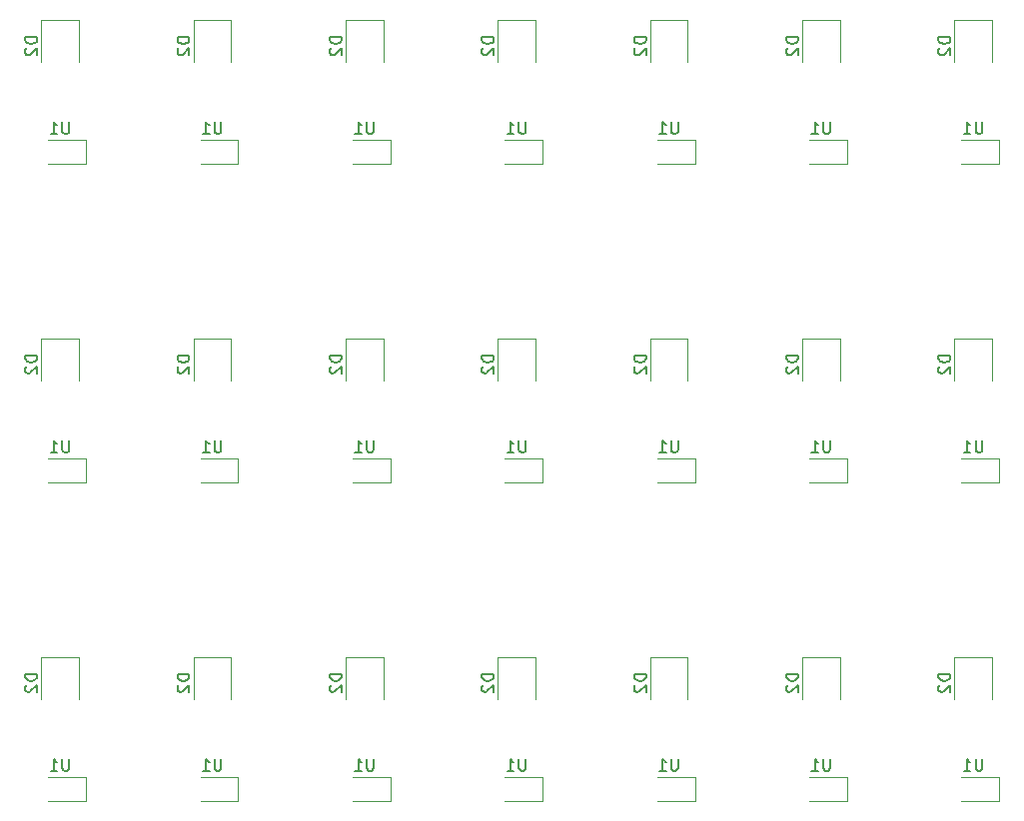
<source format=gbr>
G04 #@! TF.GenerationSoftware,KiCad,Pcbnew,(5.1.5)-3*
G04 #@! TF.CreationDate,2020-06-10T08:11:37+03:00*
G04 #@! TF.ProjectId,noname,6e6f6e61-6d65-42e6-9b69-6361645f7063,rev?*
G04 #@! TF.SameCoordinates,Original*
G04 #@! TF.FileFunction,Legend,Bot*
G04 #@! TF.FilePolarity,Positive*
%FSLAX46Y46*%
G04 Gerber Fmt 4.6, Leading zero omitted, Abs format (unit mm)*
G04 Created by KiCad (PCBNEW (5.1.5)-3) date 2020-06-10 08:11:37*
%MOMM*%
%LPD*%
G04 APERTURE LIST*
%ADD10C,0.120000*%
%ADD11C,0.150000*%
G04 APERTURE END LIST*
D10*
X146850000Y-116400000D02*
X150050000Y-116400000D01*
X150050000Y-118400000D02*
X146850000Y-118400000D01*
X150050000Y-118400000D02*
X150050000Y-116400000D01*
X108150000Y-116400000D02*
X111350000Y-116400000D01*
X111350000Y-118400000D02*
X108150000Y-118400000D01*
X111350000Y-118400000D02*
X111350000Y-116400000D01*
X133950000Y-116400000D02*
X137150000Y-116400000D01*
X137150000Y-118400000D02*
X133950000Y-118400000D01*
X137150000Y-118400000D02*
X137150000Y-116400000D01*
X172650000Y-116400000D02*
X175850000Y-116400000D01*
X175850000Y-118400000D02*
X172650000Y-118400000D01*
X175850000Y-118400000D02*
X175850000Y-116400000D01*
X159750000Y-116400000D02*
X162950000Y-116400000D01*
X162950000Y-118400000D02*
X159750000Y-118400000D01*
X162950000Y-118400000D02*
X162950000Y-116400000D01*
X121050000Y-116400000D02*
X124250000Y-116400000D01*
X124250000Y-118400000D02*
X121050000Y-118400000D01*
X124250000Y-118400000D02*
X124250000Y-116400000D01*
X133350000Y-106200000D02*
X136550000Y-106200000D01*
X136550000Y-109800000D02*
X136550000Y-106200000D01*
X133350000Y-109800000D02*
X133350000Y-106200000D01*
X120450000Y-106200000D02*
X123650000Y-106200000D01*
X123650000Y-109800000D02*
X123650000Y-106200000D01*
X120450000Y-109800000D02*
X120450000Y-106200000D01*
X107550000Y-106200000D02*
X110750000Y-106200000D01*
X110750000Y-109800000D02*
X110750000Y-106200000D01*
X107550000Y-109800000D02*
X107550000Y-106200000D01*
X172050000Y-106200000D02*
X175250000Y-106200000D01*
X175250000Y-109800000D02*
X175250000Y-106200000D01*
X172050000Y-109800000D02*
X172050000Y-106200000D01*
X146250000Y-106200000D02*
X149450000Y-106200000D01*
X149450000Y-109800000D02*
X149450000Y-106200000D01*
X146250000Y-109800000D02*
X146250000Y-106200000D01*
X159150000Y-106200000D02*
X162350000Y-106200000D01*
X162350000Y-109800000D02*
X162350000Y-106200000D01*
X159150000Y-109800000D02*
X159150000Y-106200000D01*
X94650000Y-109800000D02*
X94650000Y-106200000D01*
X97850000Y-109800000D02*
X97850000Y-106200000D01*
X94650000Y-106200000D02*
X97850000Y-106200000D01*
X98450000Y-118400000D02*
X98450000Y-116400000D01*
X98450000Y-118400000D02*
X95250000Y-118400000D01*
X95250000Y-116400000D02*
X98450000Y-116400000D01*
X111350000Y-91400000D02*
X111350000Y-89400000D01*
X111350000Y-91400000D02*
X108150000Y-91400000D01*
X108150000Y-89400000D02*
X111350000Y-89400000D01*
X150050000Y-91400000D02*
X150050000Y-89400000D01*
X150050000Y-91400000D02*
X146850000Y-91400000D01*
X146850000Y-89400000D02*
X150050000Y-89400000D01*
X137150000Y-91400000D02*
X137150000Y-89400000D01*
X137150000Y-91400000D02*
X133950000Y-91400000D01*
X133950000Y-89400000D02*
X137150000Y-89400000D01*
X175850000Y-91400000D02*
X175850000Y-89400000D01*
X175850000Y-91400000D02*
X172650000Y-91400000D01*
X172650000Y-89400000D02*
X175850000Y-89400000D01*
X162950000Y-91400000D02*
X162950000Y-89400000D01*
X162950000Y-91400000D02*
X159750000Y-91400000D01*
X159750000Y-89400000D02*
X162950000Y-89400000D01*
X124250000Y-91400000D02*
X124250000Y-89400000D01*
X124250000Y-91400000D02*
X121050000Y-91400000D01*
X121050000Y-89400000D02*
X124250000Y-89400000D01*
X120450000Y-82800000D02*
X120450000Y-79200000D01*
X123650000Y-82800000D02*
X123650000Y-79200000D01*
X120450000Y-79200000D02*
X123650000Y-79200000D01*
X107550000Y-82800000D02*
X107550000Y-79200000D01*
X110750000Y-82800000D02*
X110750000Y-79200000D01*
X107550000Y-79200000D02*
X110750000Y-79200000D01*
X172050000Y-82800000D02*
X172050000Y-79200000D01*
X175250000Y-82800000D02*
X175250000Y-79200000D01*
X172050000Y-79200000D02*
X175250000Y-79200000D01*
X159150000Y-82800000D02*
X159150000Y-79200000D01*
X162350000Y-82800000D02*
X162350000Y-79200000D01*
X159150000Y-79200000D02*
X162350000Y-79200000D01*
X146250000Y-82800000D02*
X146250000Y-79200000D01*
X149450000Y-82800000D02*
X149450000Y-79200000D01*
X146250000Y-79200000D02*
X149450000Y-79200000D01*
X133350000Y-82800000D02*
X133350000Y-79200000D01*
X136550000Y-82800000D02*
X136550000Y-79200000D01*
X133350000Y-79200000D02*
X136550000Y-79200000D01*
X95250000Y-89400000D02*
X98450000Y-89400000D01*
X98450000Y-91400000D02*
X95250000Y-91400000D01*
X98450000Y-91400000D02*
X98450000Y-89400000D01*
X94650000Y-79200000D02*
X97850000Y-79200000D01*
X97850000Y-82800000D02*
X97850000Y-79200000D01*
X94650000Y-82800000D02*
X94650000Y-79200000D01*
X172650000Y-62400000D02*
X175850000Y-62400000D01*
X175850000Y-64400000D02*
X172650000Y-64400000D01*
X175850000Y-64400000D02*
X175850000Y-62400000D01*
X159750000Y-62400000D02*
X162950000Y-62400000D01*
X162950000Y-64400000D02*
X159750000Y-64400000D01*
X162950000Y-64400000D02*
X162950000Y-62400000D01*
X146850000Y-62400000D02*
X150050000Y-62400000D01*
X150050000Y-64400000D02*
X146850000Y-64400000D01*
X150050000Y-64400000D02*
X150050000Y-62400000D01*
X133950000Y-62400000D02*
X137150000Y-62400000D01*
X137150000Y-64400000D02*
X133950000Y-64400000D01*
X137150000Y-64400000D02*
X137150000Y-62400000D01*
X121050000Y-62400000D02*
X124250000Y-62400000D01*
X124250000Y-64400000D02*
X121050000Y-64400000D01*
X124250000Y-64400000D02*
X124250000Y-62400000D01*
X108150000Y-62400000D02*
X111350000Y-62400000D01*
X111350000Y-64400000D02*
X108150000Y-64400000D01*
X111350000Y-64400000D02*
X111350000Y-62400000D01*
X172050000Y-52200000D02*
X175250000Y-52200000D01*
X175250000Y-55800000D02*
X175250000Y-52200000D01*
X172050000Y-55800000D02*
X172050000Y-52200000D01*
X159150000Y-52200000D02*
X162350000Y-52200000D01*
X162350000Y-55800000D02*
X162350000Y-52200000D01*
X159150000Y-55800000D02*
X159150000Y-52200000D01*
X146250000Y-52200000D02*
X149450000Y-52200000D01*
X149450000Y-55800000D02*
X149450000Y-52200000D01*
X146250000Y-55800000D02*
X146250000Y-52200000D01*
X133350000Y-52200000D02*
X136550000Y-52200000D01*
X136550000Y-55800000D02*
X136550000Y-52200000D01*
X133350000Y-55800000D02*
X133350000Y-52200000D01*
X120450000Y-52200000D02*
X123650000Y-52200000D01*
X123650000Y-55800000D02*
X123650000Y-52200000D01*
X120450000Y-55800000D02*
X120450000Y-52200000D01*
X107550000Y-52200000D02*
X110750000Y-52200000D01*
X110750000Y-55800000D02*
X110750000Y-52200000D01*
X107550000Y-55800000D02*
X107550000Y-52200000D01*
X94650000Y-55800000D02*
X94650000Y-52200000D01*
X97850000Y-55800000D02*
X97850000Y-52200000D01*
X94650000Y-52200000D02*
X97850000Y-52200000D01*
X98450000Y-64400000D02*
X98450000Y-62400000D01*
X98450000Y-64400000D02*
X95250000Y-64400000D01*
X95250000Y-62400000D02*
X98450000Y-62400000D01*
D11*
X148611904Y-114852380D02*
X148611904Y-115661904D01*
X148564285Y-115757142D01*
X148516666Y-115804761D01*
X148421428Y-115852380D01*
X148230952Y-115852380D01*
X148135714Y-115804761D01*
X148088095Y-115757142D01*
X148040476Y-115661904D01*
X148040476Y-114852380D01*
X147040476Y-115852380D02*
X147611904Y-115852380D01*
X147326190Y-115852380D02*
X147326190Y-114852380D01*
X147421428Y-114995238D01*
X147516666Y-115090476D01*
X147611904Y-115138095D01*
X109911904Y-114852380D02*
X109911904Y-115661904D01*
X109864285Y-115757142D01*
X109816666Y-115804761D01*
X109721428Y-115852380D01*
X109530952Y-115852380D01*
X109435714Y-115804761D01*
X109388095Y-115757142D01*
X109340476Y-115661904D01*
X109340476Y-114852380D01*
X108340476Y-115852380D02*
X108911904Y-115852380D01*
X108626190Y-115852380D02*
X108626190Y-114852380D01*
X108721428Y-114995238D01*
X108816666Y-115090476D01*
X108911904Y-115138095D01*
X135711904Y-114852380D02*
X135711904Y-115661904D01*
X135664285Y-115757142D01*
X135616666Y-115804761D01*
X135521428Y-115852380D01*
X135330952Y-115852380D01*
X135235714Y-115804761D01*
X135188095Y-115757142D01*
X135140476Y-115661904D01*
X135140476Y-114852380D01*
X134140476Y-115852380D02*
X134711904Y-115852380D01*
X134426190Y-115852380D02*
X134426190Y-114852380D01*
X134521428Y-114995238D01*
X134616666Y-115090476D01*
X134711904Y-115138095D01*
X174411904Y-114852380D02*
X174411904Y-115661904D01*
X174364285Y-115757142D01*
X174316666Y-115804761D01*
X174221428Y-115852380D01*
X174030952Y-115852380D01*
X173935714Y-115804761D01*
X173888095Y-115757142D01*
X173840476Y-115661904D01*
X173840476Y-114852380D01*
X172840476Y-115852380D02*
X173411904Y-115852380D01*
X173126190Y-115852380D02*
X173126190Y-114852380D01*
X173221428Y-114995238D01*
X173316666Y-115090476D01*
X173411904Y-115138095D01*
X161511904Y-114852380D02*
X161511904Y-115661904D01*
X161464285Y-115757142D01*
X161416666Y-115804761D01*
X161321428Y-115852380D01*
X161130952Y-115852380D01*
X161035714Y-115804761D01*
X160988095Y-115757142D01*
X160940476Y-115661904D01*
X160940476Y-114852380D01*
X159940476Y-115852380D02*
X160511904Y-115852380D01*
X160226190Y-115852380D02*
X160226190Y-114852380D01*
X160321428Y-114995238D01*
X160416666Y-115090476D01*
X160511904Y-115138095D01*
X122811904Y-114852380D02*
X122811904Y-115661904D01*
X122764285Y-115757142D01*
X122716666Y-115804761D01*
X122621428Y-115852380D01*
X122430952Y-115852380D01*
X122335714Y-115804761D01*
X122288095Y-115757142D01*
X122240476Y-115661904D01*
X122240476Y-114852380D01*
X121240476Y-115852380D02*
X121811904Y-115852380D01*
X121526190Y-115852380D02*
X121526190Y-114852380D01*
X121621428Y-114995238D01*
X121716666Y-115090476D01*
X121811904Y-115138095D01*
X133002380Y-107661904D02*
X132002380Y-107661904D01*
X132002380Y-107900000D01*
X132050000Y-108042857D01*
X132145238Y-108138095D01*
X132240476Y-108185714D01*
X132430952Y-108233333D01*
X132573809Y-108233333D01*
X132764285Y-108185714D01*
X132859523Y-108138095D01*
X132954761Y-108042857D01*
X133002380Y-107900000D01*
X133002380Y-107661904D01*
X132097619Y-108614285D02*
X132050000Y-108661904D01*
X132002380Y-108757142D01*
X132002380Y-108995238D01*
X132050000Y-109090476D01*
X132097619Y-109138095D01*
X132192857Y-109185714D01*
X132288095Y-109185714D01*
X132430952Y-109138095D01*
X133002380Y-108566666D01*
X133002380Y-109185714D01*
X120102380Y-107661904D02*
X119102380Y-107661904D01*
X119102380Y-107900000D01*
X119150000Y-108042857D01*
X119245238Y-108138095D01*
X119340476Y-108185714D01*
X119530952Y-108233333D01*
X119673809Y-108233333D01*
X119864285Y-108185714D01*
X119959523Y-108138095D01*
X120054761Y-108042857D01*
X120102380Y-107900000D01*
X120102380Y-107661904D01*
X119197619Y-108614285D02*
X119150000Y-108661904D01*
X119102380Y-108757142D01*
X119102380Y-108995238D01*
X119150000Y-109090476D01*
X119197619Y-109138095D01*
X119292857Y-109185714D01*
X119388095Y-109185714D01*
X119530952Y-109138095D01*
X120102380Y-108566666D01*
X120102380Y-109185714D01*
X107202380Y-107661904D02*
X106202380Y-107661904D01*
X106202380Y-107900000D01*
X106250000Y-108042857D01*
X106345238Y-108138095D01*
X106440476Y-108185714D01*
X106630952Y-108233333D01*
X106773809Y-108233333D01*
X106964285Y-108185714D01*
X107059523Y-108138095D01*
X107154761Y-108042857D01*
X107202380Y-107900000D01*
X107202380Y-107661904D01*
X106297619Y-108614285D02*
X106250000Y-108661904D01*
X106202380Y-108757142D01*
X106202380Y-108995238D01*
X106250000Y-109090476D01*
X106297619Y-109138095D01*
X106392857Y-109185714D01*
X106488095Y-109185714D01*
X106630952Y-109138095D01*
X107202380Y-108566666D01*
X107202380Y-109185714D01*
X171702380Y-107661904D02*
X170702380Y-107661904D01*
X170702380Y-107900000D01*
X170750000Y-108042857D01*
X170845238Y-108138095D01*
X170940476Y-108185714D01*
X171130952Y-108233333D01*
X171273809Y-108233333D01*
X171464285Y-108185714D01*
X171559523Y-108138095D01*
X171654761Y-108042857D01*
X171702380Y-107900000D01*
X171702380Y-107661904D01*
X170797619Y-108614285D02*
X170750000Y-108661904D01*
X170702380Y-108757142D01*
X170702380Y-108995238D01*
X170750000Y-109090476D01*
X170797619Y-109138095D01*
X170892857Y-109185714D01*
X170988095Y-109185714D01*
X171130952Y-109138095D01*
X171702380Y-108566666D01*
X171702380Y-109185714D01*
X145902380Y-107661904D02*
X144902380Y-107661904D01*
X144902380Y-107900000D01*
X144950000Y-108042857D01*
X145045238Y-108138095D01*
X145140476Y-108185714D01*
X145330952Y-108233333D01*
X145473809Y-108233333D01*
X145664285Y-108185714D01*
X145759523Y-108138095D01*
X145854761Y-108042857D01*
X145902380Y-107900000D01*
X145902380Y-107661904D01*
X144997619Y-108614285D02*
X144950000Y-108661904D01*
X144902380Y-108757142D01*
X144902380Y-108995238D01*
X144950000Y-109090476D01*
X144997619Y-109138095D01*
X145092857Y-109185714D01*
X145188095Y-109185714D01*
X145330952Y-109138095D01*
X145902380Y-108566666D01*
X145902380Y-109185714D01*
X158802380Y-107661904D02*
X157802380Y-107661904D01*
X157802380Y-107900000D01*
X157850000Y-108042857D01*
X157945238Y-108138095D01*
X158040476Y-108185714D01*
X158230952Y-108233333D01*
X158373809Y-108233333D01*
X158564285Y-108185714D01*
X158659523Y-108138095D01*
X158754761Y-108042857D01*
X158802380Y-107900000D01*
X158802380Y-107661904D01*
X157897619Y-108614285D02*
X157850000Y-108661904D01*
X157802380Y-108757142D01*
X157802380Y-108995238D01*
X157850000Y-109090476D01*
X157897619Y-109138095D01*
X157992857Y-109185714D01*
X158088095Y-109185714D01*
X158230952Y-109138095D01*
X158802380Y-108566666D01*
X158802380Y-109185714D01*
X94302380Y-107661904D02*
X93302380Y-107661904D01*
X93302380Y-107900000D01*
X93350000Y-108042857D01*
X93445238Y-108138095D01*
X93540476Y-108185714D01*
X93730952Y-108233333D01*
X93873809Y-108233333D01*
X94064285Y-108185714D01*
X94159523Y-108138095D01*
X94254761Y-108042857D01*
X94302380Y-107900000D01*
X94302380Y-107661904D01*
X93397619Y-108614285D02*
X93350000Y-108661904D01*
X93302380Y-108757142D01*
X93302380Y-108995238D01*
X93350000Y-109090476D01*
X93397619Y-109138095D01*
X93492857Y-109185714D01*
X93588095Y-109185714D01*
X93730952Y-109138095D01*
X94302380Y-108566666D01*
X94302380Y-109185714D01*
X97011904Y-114852380D02*
X97011904Y-115661904D01*
X96964285Y-115757142D01*
X96916666Y-115804761D01*
X96821428Y-115852380D01*
X96630952Y-115852380D01*
X96535714Y-115804761D01*
X96488095Y-115757142D01*
X96440476Y-115661904D01*
X96440476Y-114852380D01*
X95440476Y-115852380D02*
X96011904Y-115852380D01*
X95726190Y-115852380D02*
X95726190Y-114852380D01*
X95821428Y-114995238D01*
X95916666Y-115090476D01*
X96011904Y-115138095D01*
X109911904Y-87852380D02*
X109911904Y-88661904D01*
X109864285Y-88757142D01*
X109816666Y-88804761D01*
X109721428Y-88852380D01*
X109530952Y-88852380D01*
X109435714Y-88804761D01*
X109388095Y-88757142D01*
X109340476Y-88661904D01*
X109340476Y-87852380D01*
X108340476Y-88852380D02*
X108911904Y-88852380D01*
X108626190Y-88852380D02*
X108626190Y-87852380D01*
X108721428Y-87995238D01*
X108816666Y-88090476D01*
X108911904Y-88138095D01*
X148611904Y-87852380D02*
X148611904Y-88661904D01*
X148564285Y-88757142D01*
X148516666Y-88804761D01*
X148421428Y-88852380D01*
X148230952Y-88852380D01*
X148135714Y-88804761D01*
X148088095Y-88757142D01*
X148040476Y-88661904D01*
X148040476Y-87852380D01*
X147040476Y-88852380D02*
X147611904Y-88852380D01*
X147326190Y-88852380D02*
X147326190Y-87852380D01*
X147421428Y-87995238D01*
X147516666Y-88090476D01*
X147611904Y-88138095D01*
X135711904Y-87852380D02*
X135711904Y-88661904D01*
X135664285Y-88757142D01*
X135616666Y-88804761D01*
X135521428Y-88852380D01*
X135330952Y-88852380D01*
X135235714Y-88804761D01*
X135188095Y-88757142D01*
X135140476Y-88661904D01*
X135140476Y-87852380D01*
X134140476Y-88852380D02*
X134711904Y-88852380D01*
X134426190Y-88852380D02*
X134426190Y-87852380D01*
X134521428Y-87995238D01*
X134616666Y-88090476D01*
X134711904Y-88138095D01*
X174411904Y-87852380D02*
X174411904Y-88661904D01*
X174364285Y-88757142D01*
X174316666Y-88804761D01*
X174221428Y-88852380D01*
X174030952Y-88852380D01*
X173935714Y-88804761D01*
X173888095Y-88757142D01*
X173840476Y-88661904D01*
X173840476Y-87852380D01*
X172840476Y-88852380D02*
X173411904Y-88852380D01*
X173126190Y-88852380D02*
X173126190Y-87852380D01*
X173221428Y-87995238D01*
X173316666Y-88090476D01*
X173411904Y-88138095D01*
X161511904Y-87852380D02*
X161511904Y-88661904D01*
X161464285Y-88757142D01*
X161416666Y-88804761D01*
X161321428Y-88852380D01*
X161130952Y-88852380D01*
X161035714Y-88804761D01*
X160988095Y-88757142D01*
X160940476Y-88661904D01*
X160940476Y-87852380D01*
X159940476Y-88852380D02*
X160511904Y-88852380D01*
X160226190Y-88852380D02*
X160226190Y-87852380D01*
X160321428Y-87995238D01*
X160416666Y-88090476D01*
X160511904Y-88138095D01*
X122811904Y-87852380D02*
X122811904Y-88661904D01*
X122764285Y-88757142D01*
X122716666Y-88804761D01*
X122621428Y-88852380D01*
X122430952Y-88852380D01*
X122335714Y-88804761D01*
X122288095Y-88757142D01*
X122240476Y-88661904D01*
X122240476Y-87852380D01*
X121240476Y-88852380D02*
X121811904Y-88852380D01*
X121526190Y-88852380D02*
X121526190Y-87852380D01*
X121621428Y-87995238D01*
X121716666Y-88090476D01*
X121811904Y-88138095D01*
X120102380Y-80661904D02*
X119102380Y-80661904D01*
X119102380Y-80900000D01*
X119150000Y-81042857D01*
X119245238Y-81138095D01*
X119340476Y-81185714D01*
X119530952Y-81233333D01*
X119673809Y-81233333D01*
X119864285Y-81185714D01*
X119959523Y-81138095D01*
X120054761Y-81042857D01*
X120102380Y-80900000D01*
X120102380Y-80661904D01*
X119197619Y-81614285D02*
X119150000Y-81661904D01*
X119102380Y-81757142D01*
X119102380Y-81995238D01*
X119150000Y-82090476D01*
X119197619Y-82138095D01*
X119292857Y-82185714D01*
X119388095Y-82185714D01*
X119530952Y-82138095D01*
X120102380Y-81566666D01*
X120102380Y-82185714D01*
X107202380Y-80661904D02*
X106202380Y-80661904D01*
X106202380Y-80900000D01*
X106250000Y-81042857D01*
X106345238Y-81138095D01*
X106440476Y-81185714D01*
X106630952Y-81233333D01*
X106773809Y-81233333D01*
X106964285Y-81185714D01*
X107059523Y-81138095D01*
X107154761Y-81042857D01*
X107202380Y-80900000D01*
X107202380Y-80661904D01*
X106297619Y-81614285D02*
X106250000Y-81661904D01*
X106202380Y-81757142D01*
X106202380Y-81995238D01*
X106250000Y-82090476D01*
X106297619Y-82138095D01*
X106392857Y-82185714D01*
X106488095Y-82185714D01*
X106630952Y-82138095D01*
X107202380Y-81566666D01*
X107202380Y-82185714D01*
X171702380Y-80661904D02*
X170702380Y-80661904D01*
X170702380Y-80900000D01*
X170750000Y-81042857D01*
X170845238Y-81138095D01*
X170940476Y-81185714D01*
X171130952Y-81233333D01*
X171273809Y-81233333D01*
X171464285Y-81185714D01*
X171559523Y-81138095D01*
X171654761Y-81042857D01*
X171702380Y-80900000D01*
X171702380Y-80661904D01*
X170797619Y-81614285D02*
X170750000Y-81661904D01*
X170702380Y-81757142D01*
X170702380Y-81995238D01*
X170750000Y-82090476D01*
X170797619Y-82138095D01*
X170892857Y-82185714D01*
X170988095Y-82185714D01*
X171130952Y-82138095D01*
X171702380Y-81566666D01*
X171702380Y-82185714D01*
X158802380Y-80661904D02*
X157802380Y-80661904D01*
X157802380Y-80900000D01*
X157850000Y-81042857D01*
X157945238Y-81138095D01*
X158040476Y-81185714D01*
X158230952Y-81233333D01*
X158373809Y-81233333D01*
X158564285Y-81185714D01*
X158659523Y-81138095D01*
X158754761Y-81042857D01*
X158802380Y-80900000D01*
X158802380Y-80661904D01*
X157897619Y-81614285D02*
X157850000Y-81661904D01*
X157802380Y-81757142D01*
X157802380Y-81995238D01*
X157850000Y-82090476D01*
X157897619Y-82138095D01*
X157992857Y-82185714D01*
X158088095Y-82185714D01*
X158230952Y-82138095D01*
X158802380Y-81566666D01*
X158802380Y-82185714D01*
X145902380Y-80661904D02*
X144902380Y-80661904D01*
X144902380Y-80900000D01*
X144950000Y-81042857D01*
X145045238Y-81138095D01*
X145140476Y-81185714D01*
X145330952Y-81233333D01*
X145473809Y-81233333D01*
X145664285Y-81185714D01*
X145759523Y-81138095D01*
X145854761Y-81042857D01*
X145902380Y-80900000D01*
X145902380Y-80661904D01*
X144997619Y-81614285D02*
X144950000Y-81661904D01*
X144902380Y-81757142D01*
X144902380Y-81995238D01*
X144950000Y-82090476D01*
X144997619Y-82138095D01*
X145092857Y-82185714D01*
X145188095Y-82185714D01*
X145330952Y-82138095D01*
X145902380Y-81566666D01*
X145902380Y-82185714D01*
X133002380Y-80661904D02*
X132002380Y-80661904D01*
X132002380Y-80900000D01*
X132050000Y-81042857D01*
X132145238Y-81138095D01*
X132240476Y-81185714D01*
X132430952Y-81233333D01*
X132573809Y-81233333D01*
X132764285Y-81185714D01*
X132859523Y-81138095D01*
X132954761Y-81042857D01*
X133002380Y-80900000D01*
X133002380Y-80661904D01*
X132097619Y-81614285D02*
X132050000Y-81661904D01*
X132002380Y-81757142D01*
X132002380Y-81995238D01*
X132050000Y-82090476D01*
X132097619Y-82138095D01*
X132192857Y-82185714D01*
X132288095Y-82185714D01*
X132430952Y-82138095D01*
X133002380Y-81566666D01*
X133002380Y-82185714D01*
X97011904Y-87852380D02*
X97011904Y-88661904D01*
X96964285Y-88757142D01*
X96916666Y-88804761D01*
X96821428Y-88852380D01*
X96630952Y-88852380D01*
X96535714Y-88804761D01*
X96488095Y-88757142D01*
X96440476Y-88661904D01*
X96440476Y-87852380D01*
X95440476Y-88852380D02*
X96011904Y-88852380D01*
X95726190Y-88852380D02*
X95726190Y-87852380D01*
X95821428Y-87995238D01*
X95916666Y-88090476D01*
X96011904Y-88138095D01*
X94302380Y-80661904D02*
X93302380Y-80661904D01*
X93302380Y-80900000D01*
X93350000Y-81042857D01*
X93445238Y-81138095D01*
X93540476Y-81185714D01*
X93730952Y-81233333D01*
X93873809Y-81233333D01*
X94064285Y-81185714D01*
X94159523Y-81138095D01*
X94254761Y-81042857D01*
X94302380Y-80900000D01*
X94302380Y-80661904D01*
X93397619Y-81614285D02*
X93350000Y-81661904D01*
X93302380Y-81757142D01*
X93302380Y-81995238D01*
X93350000Y-82090476D01*
X93397619Y-82138095D01*
X93492857Y-82185714D01*
X93588095Y-82185714D01*
X93730952Y-82138095D01*
X94302380Y-81566666D01*
X94302380Y-82185714D01*
X174411904Y-60852380D02*
X174411904Y-61661904D01*
X174364285Y-61757142D01*
X174316666Y-61804761D01*
X174221428Y-61852380D01*
X174030952Y-61852380D01*
X173935714Y-61804761D01*
X173888095Y-61757142D01*
X173840476Y-61661904D01*
X173840476Y-60852380D01*
X172840476Y-61852380D02*
X173411904Y-61852380D01*
X173126190Y-61852380D02*
X173126190Y-60852380D01*
X173221428Y-60995238D01*
X173316666Y-61090476D01*
X173411904Y-61138095D01*
X161511904Y-60852380D02*
X161511904Y-61661904D01*
X161464285Y-61757142D01*
X161416666Y-61804761D01*
X161321428Y-61852380D01*
X161130952Y-61852380D01*
X161035714Y-61804761D01*
X160988095Y-61757142D01*
X160940476Y-61661904D01*
X160940476Y-60852380D01*
X159940476Y-61852380D02*
X160511904Y-61852380D01*
X160226190Y-61852380D02*
X160226190Y-60852380D01*
X160321428Y-60995238D01*
X160416666Y-61090476D01*
X160511904Y-61138095D01*
X148611904Y-60852380D02*
X148611904Y-61661904D01*
X148564285Y-61757142D01*
X148516666Y-61804761D01*
X148421428Y-61852380D01*
X148230952Y-61852380D01*
X148135714Y-61804761D01*
X148088095Y-61757142D01*
X148040476Y-61661904D01*
X148040476Y-60852380D01*
X147040476Y-61852380D02*
X147611904Y-61852380D01*
X147326190Y-61852380D02*
X147326190Y-60852380D01*
X147421428Y-60995238D01*
X147516666Y-61090476D01*
X147611904Y-61138095D01*
X135711904Y-60852380D02*
X135711904Y-61661904D01*
X135664285Y-61757142D01*
X135616666Y-61804761D01*
X135521428Y-61852380D01*
X135330952Y-61852380D01*
X135235714Y-61804761D01*
X135188095Y-61757142D01*
X135140476Y-61661904D01*
X135140476Y-60852380D01*
X134140476Y-61852380D02*
X134711904Y-61852380D01*
X134426190Y-61852380D02*
X134426190Y-60852380D01*
X134521428Y-60995238D01*
X134616666Y-61090476D01*
X134711904Y-61138095D01*
X122811904Y-60852380D02*
X122811904Y-61661904D01*
X122764285Y-61757142D01*
X122716666Y-61804761D01*
X122621428Y-61852380D01*
X122430952Y-61852380D01*
X122335714Y-61804761D01*
X122288095Y-61757142D01*
X122240476Y-61661904D01*
X122240476Y-60852380D01*
X121240476Y-61852380D02*
X121811904Y-61852380D01*
X121526190Y-61852380D02*
X121526190Y-60852380D01*
X121621428Y-60995238D01*
X121716666Y-61090476D01*
X121811904Y-61138095D01*
X109911904Y-60852380D02*
X109911904Y-61661904D01*
X109864285Y-61757142D01*
X109816666Y-61804761D01*
X109721428Y-61852380D01*
X109530952Y-61852380D01*
X109435714Y-61804761D01*
X109388095Y-61757142D01*
X109340476Y-61661904D01*
X109340476Y-60852380D01*
X108340476Y-61852380D02*
X108911904Y-61852380D01*
X108626190Y-61852380D02*
X108626190Y-60852380D01*
X108721428Y-60995238D01*
X108816666Y-61090476D01*
X108911904Y-61138095D01*
X171702380Y-53661904D02*
X170702380Y-53661904D01*
X170702380Y-53900000D01*
X170750000Y-54042857D01*
X170845238Y-54138095D01*
X170940476Y-54185714D01*
X171130952Y-54233333D01*
X171273809Y-54233333D01*
X171464285Y-54185714D01*
X171559523Y-54138095D01*
X171654761Y-54042857D01*
X171702380Y-53900000D01*
X171702380Y-53661904D01*
X170797619Y-54614285D02*
X170750000Y-54661904D01*
X170702380Y-54757142D01*
X170702380Y-54995238D01*
X170750000Y-55090476D01*
X170797619Y-55138095D01*
X170892857Y-55185714D01*
X170988095Y-55185714D01*
X171130952Y-55138095D01*
X171702380Y-54566666D01*
X171702380Y-55185714D01*
X158802380Y-53661904D02*
X157802380Y-53661904D01*
X157802380Y-53900000D01*
X157850000Y-54042857D01*
X157945238Y-54138095D01*
X158040476Y-54185714D01*
X158230952Y-54233333D01*
X158373809Y-54233333D01*
X158564285Y-54185714D01*
X158659523Y-54138095D01*
X158754761Y-54042857D01*
X158802380Y-53900000D01*
X158802380Y-53661904D01*
X157897619Y-54614285D02*
X157850000Y-54661904D01*
X157802380Y-54757142D01*
X157802380Y-54995238D01*
X157850000Y-55090476D01*
X157897619Y-55138095D01*
X157992857Y-55185714D01*
X158088095Y-55185714D01*
X158230952Y-55138095D01*
X158802380Y-54566666D01*
X158802380Y-55185714D01*
X145902380Y-53661904D02*
X144902380Y-53661904D01*
X144902380Y-53900000D01*
X144950000Y-54042857D01*
X145045238Y-54138095D01*
X145140476Y-54185714D01*
X145330952Y-54233333D01*
X145473809Y-54233333D01*
X145664285Y-54185714D01*
X145759523Y-54138095D01*
X145854761Y-54042857D01*
X145902380Y-53900000D01*
X145902380Y-53661904D01*
X144997619Y-54614285D02*
X144950000Y-54661904D01*
X144902380Y-54757142D01*
X144902380Y-54995238D01*
X144950000Y-55090476D01*
X144997619Y-55138095D01*
X145092857Y-55185714D01*
X145188095Y-55185714D01*
X145330952Y-55138095D01*
X145902380Y-54566666D01*
X145902380Y-55185714D01*
X133002380Y-53661904D02*
X132002380Y-53661904D01*
X132002380Y-53900000D01*
X132050000Y-54042857D01*
X132145238Y-54138095D01*
X132240476Y-54185714D01*
X132430952Y-54233333D01*
X132573809Y-54233333D01*
X132764285Y-54185714D01*
X132859523Y-54138095D01*
X132954761Y-54042857D01*
X133002380Y-53900000D01*
X133002380Y-53661904D01*
X132097619Y-54614285D02*
X132050000Y-54661904D01*
X132002380Y-54757142D01*
X132002380Y-54995238D01*
X132050000Y-55090476D01*
X132097619Y-55138095D01*
X132192857Y-55185714D01*
X132288095Y-55185714D01*
X132430952Y-55138095D01*
X133002380Y-54566666D01*
X133002380Y-55185714D01*
X120102380Y-53661904D02*
X119102380Y-53661904D01*
X119102380Y-53900000D01*
X119150000Y-54042857D01*
X119245238Y-54138095D01*
X119340476Y-54185714D01*
X119530952Y-54233333D01*
X119673809Y-54233333D01*
X119864285Y-54185714D01*
X119959523Y-54138095D01*
X120054761Y-54042857D01*
X120102380Y-53900000D01*
X120102380Y-53661904D01*
X119197619Y-54614285D02*
X119150000Y-54661904D01*
X119102380Y-54757142D01*
X119102380Y-54995238D01*
X119150000Y-55090476D01*
X119197619Y-55138095D01*
X119292857Y-55185714D01*
X119388095Y-55185714D01*
X119530952Y-55138095D01*
X120102380Y-54566666D01*
X120102380Y-55185714D01*
X107202380Y-53661904D02*
X106202380Y-53661904D01*
X106202380Y-53900000D01*
X106250000Y-54042857D01*
X106345238Y-54138095D01*
X106440476Y-54185714D01*
X106630952Y-54233333D01*
X106773809Y-54233333D01*
X106964285Y-54185714D01*
X107059523Y-54138095D01*
X107154761Y-54042857D01*
X107202380Y-53900000D01*
X107202380Y-53661904D01*
X106297619Y-54614285D02*
X106250000Y-54661904D01*
X106202380Y-54757142D01*
X106202380Y-54995238D01*
X106250000Y-55090476D01*
X106297619Y-55138095D01*
X106392857Y-55185714D01*
X106488095Y-55185714D01*
X106630952Y-55138095D01*
X107202380Y-54566666D01*
X107202380Y-55185714D01*
X94302380Y-53661904D02*
X93302380Y-53661904D01*
X93302380Y-53900000D01*
X93350000Y-54042857D01*
X93445238Y-54138095D01*
X93540476Y-54185714D01*
X93730952Y-54233333D01*
X93873809Y-54233333D01*
X94064285Y-54185714D01*
X94159523Y-54138095D01*
X94254761Y-54042857D01*
X94302380Y-53900000D01*
X94302380Y-53661904D01*
X93397619Y-54614285D02*
X93350000Y-54661904D01*
X93302380Y-54757142D01*
X93302380Y-54995238D01*
X93350000Y-55090476D01*
X93397619Y-55138095D01*
X93492857Y-55185714D01*
X93588095Y-55185714D01*
X93730952Y-55138095D01*
X94302380Y-54566666D01*
X94302380Y-55185714D01*
X97011904Y-60852380D02*
X97011904Y-61661904D01*
X96964285Y-61757142D01*
X96916666Y-61804761D01*
X96821428Y-61852380D01*
X96630952Y-61852380D01*
X96535714Y-61804761D01*
X96488095Y-61757142D01*
X96440476Y-61661904D01*
X96440476Y-60852380D01*
X95440476Y-61852380D02*
X96011904Y-61852380D01*
X95726190Y-61852380D02*
X95726190Y-60852380D01*
X95821428Y-60995238D01*
X95916666Y-61090476D01*
X96011904Y-61138095D01*
M02*

</source>
